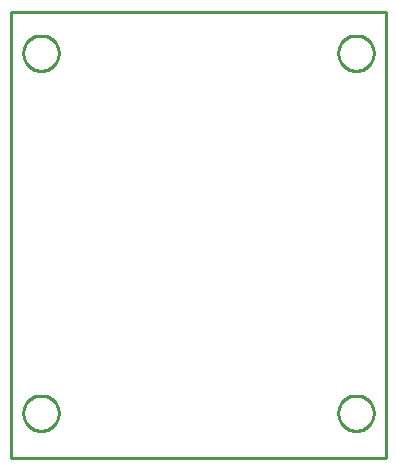
<source format=gbr>
G04 EAGLE Gerber RS-274X export*
G75*
%MOMM*%
%FSLAX34Y34*%
%LPD*%
%IN*%
%IPPOS*%
%AMOC8*
5,1,8,0,0,1.08239X$1,22.5*%
G01*
%ADD10C,0.254000*%


D10*
X0Y0D02*
X317300Y0D01*
X317300Y377700D01*
X0Y377700D01*
X0Y0D01*
X40386Y37565D02*
X40310Y36497D01*
X40157Y35438D01*
X39930Y34392D01*
X39628Y33364D01*
X39254Y32361D01*
X38809Y31388D01*
X38296Y30448D01*
X37718Y29548D01*
X37076Y28691D01*
X36375Y27882D01*
X35618Y27125D01*
X34809Y26424D01*
X33952Y25782D01*
X33052Y25204D01*
X32112Y24691D01*
X31139Y24246D01*
X30136Y23872D01*
X29109Y23570D01*
X28063Y23343D01*
X27003Y23190D01*
X25935Y23114D01*
X24865Y23114D01*
X23797Y23190D01*
X22738Y23343D01*
X21692Y23570D01*
X20664Y23872D01*
X19661Y24246D01*
X18688Y24691D01*
X17748Y25204D01*
X16848Y25782D01*
X15991Y26424D01*
X15182Y27125D01*
X14425Y27882D01*
X13724Y28691D01*
X13082Y29548D01*
X12504Y30448D01*
X11991Y31388D01*
X11546Y32361D01*
X11172Y33364D01*
X10870Y34392D01*
X10643Y35438D01*
X10490Y36497D01*
X10414Y37565D01*
X10414Y38635D01*
X10490Y39703D01*
X10643Y40763D01*
X10870Y41809D01*
X11172Y42836D01*
X11546Y43839D01*
X11991Y44812D01*
X12504Y45752D01*
X13082Y46652D01*
X13724Y47509D01*
X14425Y48318D01*
X15182Y49075D01*
X15991Y49776D01*
X16848Y50418D01*
X17748Y50996D01*
X18688Y51509D01*
X19661Y51954D01*
X20664Y52328D01*
X21692Y52630D01*
X22738Y52857D01*
X23797Y53010D01*
X24865Y53086D01*
X25935Y53086D01*
X27003Y53010D01*
X28063Y52857D01*
X29109Y52630D01*
X30136Y52328D01*
X31139Y51954D01*
X32112Y51509D01*
X33052Y50996D01*
X33952Y50418D01*
X34809Y49776D01*
X35618Y49075D01*
X36375Y48318D01*
X37076Y47509D01*
X37718Y46652D01*
X38296Y45752D01*
X38809Y44812D01*
X39254Y43839D01*
X39628Y42836D01*
X39930Y41809D01*
X40157Y40763D01*
X40310Y39703D01*
X40386Y38635D01*
X40386Y37565D01*
X307086Y37565D02*
X307010Y36497D01*
X306857Y35438D01*
X306630Y34392D01*
X306328Y33364D01*
X305954Y32361D01*
X305509Y31388D01*
X304996Y30448D01*
X304418Y29548D01*
X303776Y28691D01*
X303075Y27882D01*
X302318Y27125D01*
X301509Y26424D01*
X300652Y25782D01*
X299752Y25204D01*
X298812Y24691D01*
X297839Y24246D01*
X296836Y23872D01*
X295809Y23570D01*
X294763Y23343D01*
X293703Y23190D01*
X292635Y23114D01*
X291565Y23114D01*
X290497Y23190D01*
X289438Y23343D01*
X288392Y23570D01*
X287364Y23872D01*
X286361Y24246D01*
X285388Y24691D01*
X284448Y25204D01*
X283548Y25782D01*
X282691Y26424D01*
X281882Y27125D01*
X281125Y27882D01*
X280424Y28691D01*
X279782Y29548D01*
X279204Y30448D01*
X278691Y31388D01*
X278246Y32361D01*
X277872Y33364D01*
X277570Y34392D01*
X277343Y35438D01*
X277190Y36497D01*
X277114Y37565D01*
X277114Y38635D01*
X277190Y39703D01*
X277343Y40763D01*
X277570Y41809D01*
X277872Y42836D01*
X278246Y43839D01*
X278691Y44812D01*
X279204Y45752D01*
X279782Y46652D01*
X280424Y47509D01*
X281125Y48318D01*
X281882Y49075D01*
X282691Y49776D01*
X283548Y50418D01*
X284448Y50996D01*
X285388Y51509D01*
X286361Y51954D01*
X287364Y52328D01*
X288392Y52630D01*
X289438Y52857D01*
X290497Y53010D01*
X291565Y53086D01*
X292635Y53086D01*
X293703Y53010D01*
X294763Y52857D01*
X295809Y52630D01*
X296836Y52328D01*
X297839Y51954D01*
X298812Y51509D01*
X299752Y50996D01*
X300652Y50418D01*
X301509Y49776D01*
X302318Y49075D01*
X303075Y48318D01*
X303776Y47509D01*
X304418Y46652D01*
X304996Y45752D01*
X305509Y44812D01*
X305954Y43839D01*
X306328Y42836D01*
X306630Y41809D01*
X306857Y40763D01*
X307010Y39703D01*
X307086Y38635D01*
X307086Y37565D01*
X40386Y342365D02*
X40310Y341297D01*
X40157Y340238D01*
X39930Y339192D01*
X39628Y338164D01*
X39254Y337161D01*
X38809Y336188D01*
X38296Y335248D01*
X37718Y334348D01*
X37076Y333491D01*
X36375Y332682D01*
X35618Y331925D01*
X34809Y331224D01*
X33952Y330582D01*
X33052Y330004D01*
X32112Y329491D01*
X31139Y329046D01*
X30136Y328672D01*
X29109Y328370D01*
X28063Y328143D01*
X27003Y327990D01*
X25935Y327914D01*
X24865Y327914D01*
X23797Y327990D01*
X22738Y328143D01*
X21692Y328370D01*
X20664Y328672D01*
X19661Y329046D01*
X18688Y329491D01*
X17748Y330004D01*
X16848Y330582D01*
X15991Y331224D01*
X15182Y331925D01*
X14425Y332682D01*
X13724Y333491D01*
X13082Y334348D01*
X12504Y335248D01*
X11991Y336188D01*
X11546Y337161D01*
X11172Y338164D01*
X10870Y339192D01*
X10643Y340238D01*
X10490Y341297D01*
X10414Y342365D01*
X10414Y343435D01*
X10490Y344503D01*
X10643Y345563D01*
X10870Y346609D01*
X11172Y347636D01*
X11546Y348639D01*
X11991Y349612D01*
X12504Y350552D01*
X13082Y351452D01*
X13724Y352309D01*
X14425Y353118D01*
X15182Y353875D01*
X15991Y354576D01*
X16848Y355218D01*
X17748Y355796D01*
X18688Y356309D01*
X19661Y356754D01*
X20664Y357128D01*
X21692Y357430D01*
X22738Y357657D01*
X23797Y357810D01*
X24865Y357886D01*
X25935Y357886D01*
X27003Y357810D01*
X28063Y357657D01*
X29109Y357430D01*
X30136Y357128D01*
X31139Y356754D01*
X32112Y356309D01*
X33052Y355796D01*
X33952Y355218D01*
X34809Y354576D01*
X35618Y353875D01*
X36375Y353118D01*
X37076Y352309D01*
X37718Y351452D01*
X38296Y350552D01*
X38809Y349612D01*
X39254Y348639D01*
X39628Y347636D01*
X39930Y346609D01*
X40157Y345563D01*
X40310Y344503D01*
X40386Y343435D01*
X40386Y342365D01*
X307086Y342365D02*
X307010Y341297D01*
X306857Y340238D01*
X306630Y339192D01*
X306328Y338164D01*
X305954Y337161D01*
X305509Y336188D01*
X304996Y335248D01*
X304418Y334348D01*
X303776Y333491D01*
X303075Y332682D01*
X302318Y331925D01*
X301509Y331224D01*
X300652Y330582D01*
X299752Y330004D01*
X298812Y329491D01*
X297839Y329046D01*
X296836Y328672D01*
X295809Y328370D01*
X294763Y328143D01*
X293703Y327990D01*
X292635Y327914D01*
X291565Y327914D01*
X290497Y327990D01*
X289438Y328143D01*
X288392Y328370D01*
X287364Y328672D01*
X286361Y329046D01*
X285388Y329491D01*
X284448Y330004D01*
X283548Y330582D01*
X282691Y331224D01*
X281882Y331925D01*
X281125Y332682D01*
X280424Y333491D01*
X279782Y334348D01*
X279204Y335248D01*
X278691Y336188D01*
X278246Y337161D01*
X277872Y338164D01*
X277570Y339192D01*
X277343Y340238D01*
X277190Y341297D01*
X277114Y342365D01*
X277114Y343435D01*
X277190Y344503D01*
X277343Y345563D01*
X277570Y346609D01*
X277872Y347636D01*
X278246Y348639D01*
X278691Y349612D01*
X279204Y350552D01*
X279782Y351452D01*
X280424Y352309D01*
X281125Y353118D01*
X281882Y353875D01*
X282691Y354576D01*
X283548Y355218D01*
X284448Y355796D01*
X285388Y356309D01*
X286361Y356754D01*
X287364Y357128D01*
X288392Y357430D01*
X289438Y357657D01*
X290497Y357810D01*
X291565Y357886D01*
X292635Y357886D01*
X293703Y357810D01*
X294763Y357657D01*
X295809Y357430D01*
X296836Y357128D01*
X297839Y356754D01*
X298812Y356309D01*
X299752Y355796D01*
X300652Y355218D01*
X301509Y354576D01*
X302318Y353875D01*
X303075Y353118D01*
X303776Y352309D01*
X304418Y351452D01*
X304996Y350552D01*
X305509Y349612D01*
X305954Y348639D01*
X306328Y347636D01*
X306630Y346609D01*
X306857Y345563D01*
X307010Y344503D01*
X307086Y343435D01*
X307086Y342365D01*
M02*

</source>
